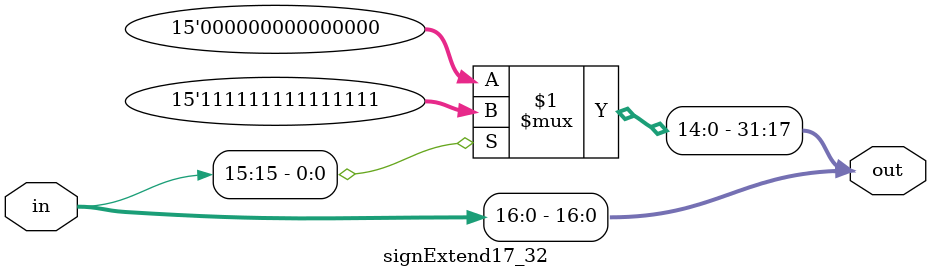
<source format=v>
module signExtend17_32(in, out);
	input [16:0] in;
	output [31:0] out;
	
	assign out[16:0] = in;
	assign out[31:17] = in[15] ? 15'hFFFF : 15'd0;


endmodule
</source>
